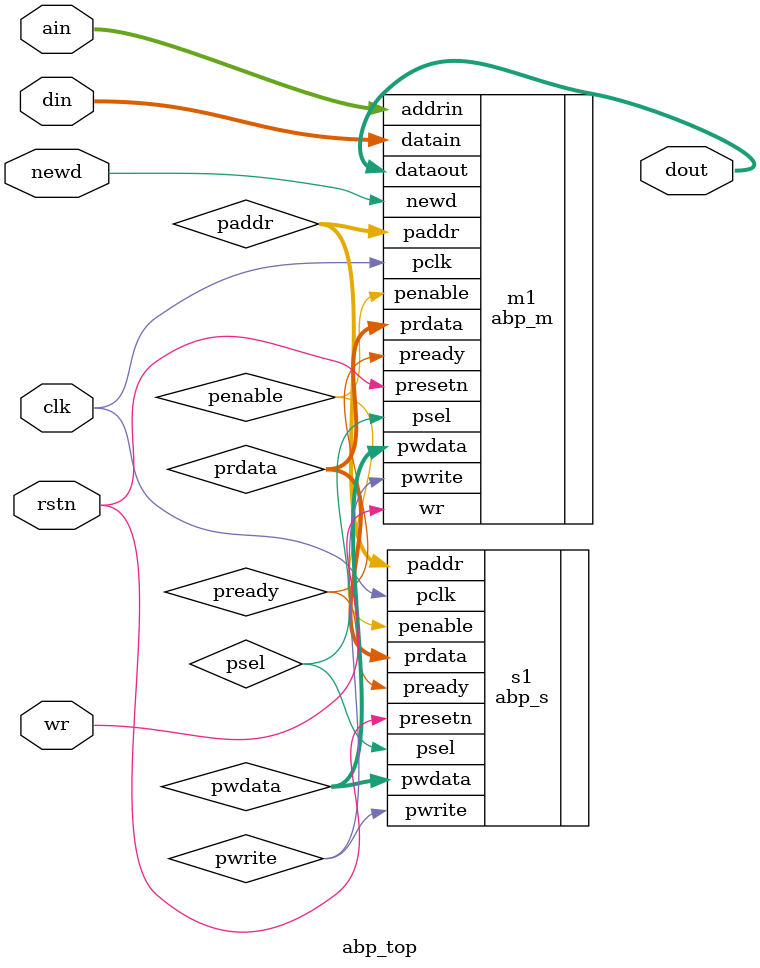
<source format=v>
`timescale 1ns / 1ps

module abp_top(
input clk, rstn, wr, newd,
input [3:0] ain,
input [7:0] din,
output [7:0] dout
    );
 
wire psel, penable, pready, pwrite;
wire [7:0] prdata, pwdata;
wire [3:0] paddr;

abp_m m1 (
    .pclk(clk),
    .presetn(rstn),
    .addrin(ain),
    .datain(din),
    .wr(wr),
    .newd(newd),
    .prdata(prdata),
    .pready(pready),
    .psel(psel),
    .penable(penable),
    .paddr(paddr),
    .pwdata(pwdata),
    .pwrite(pwrite),
    .dataout(dout)
    );
    
abp_s s1 (
    .pclk(clk),
    .presetn(rstn),
    .paddr(paddr),
    .psel(psel),
    .penable(penable),
    .pwdata(pwdata),
    .pwrite(pwrite),
    .prdata(prdata),
    .pready(pready)
    );
endmodule

</source>
